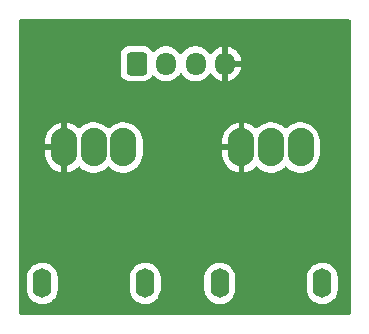
<source format=gbr>
%TF.GenerationSoftware,KiCad,Pcbnew,8.0.2*%
%TF.CreationDate,2024-08-21T00:08:55-07:00*%
%TF.ProjectId,socket_test,736f636b-6574-45f7-9465-73742e6b6963,rev?*%
%TF.SameCoordinates,Original*%
%TF.FileFunction,Copper,L2,Bot*%
%TF.FilePolarity,Positive*%
%FSLAX46Y46*%
G04 Gerber Fmt 4.6, Leading zero omitted, Abs format (unit mm)*
G04 Created by KiCad (PCBNEW 8.0.2) date 2024-08-21 00:08:55*
%MOMM*%
%LPD*%
G01*
G04 APERTURE LIST*
G04 Aperture macros list*
%AMRoundRect*
0 Rectangle with rounded corners*
0 $1 Rounding radius*
0 $2 $3 $4 $5 $6 $7 $8 $9 X,Y pos of 4 corners*
0 Add a 4 corners polygon primitive as box body*
4,1,4,$2,$3,$4,$5,$6,$7,$8,$9,$2,$3,0*
0 Add four circle primitives for the rounded corners*
1,1,$1+$1,$2,$3*
1,1,$1+$1,$4,$5*
1,1,$1+$1,$6,$7*
1,1,$1+$1,$8,$9*
0 Add four rect primitives between the rounded corners*
20,1,$1+$1,$2,$3,$4,$5,0*
20,1,$1+$1,$4,$5,$6,$7,0*
20,1,$1+$1,$6,$7,$8,$9,0*
20,1,$1+$1,$8,$9,$2,$3,0*%
G04 Aperture macros list end*
%TA.AperFunction,ComponentPad*%
%ADD10O,2.250000X3.250000*%
%TD*%
%TA.AperFunction,HeatsinkPad*%
%ADD11O,1.600000X2.500000*%
%TD*%
%TA.AperFunction,ComponentPad*%
%ADD12RoundRect,0.250000X-0.600000X-0.725000X0.600000X-0.725000X0.600000X0.725000X-0.600000X0.725000X0*%
%TD*%
%TA.AperFunction,ComponentPad*%
%ADD13O,1.700000X1.950000*%
%TD*%
G04 APERTURE END LIST*
D10*
%TO.P,RV1,1,GND*%
%TO.N,VCC*%
X242436400Y-136404200D03*
%TO.P,RV1,2,Signal*%
%TO.N,Net-(J1-Pin_2)*%
X244936400Y-136404200D03*
%TO.P,RV1,3,V+*%
%TO.N,GND*%
X239936400Y-136404200D03*
D11*
%TO.P,RV1,MP*%
%TO.N,N/C*%
X238086400Y-147904200D03*
X246786400Y-147904200D03*
%TD*%
D10*
%TO.P,RV2,1,GND*%
%TO.N,VCC*%
X257436400Y-136404200D03*
%TO.P,RV2,2,Signal*%
%TO.N,Net-(J1-Pin_3)*%
X259936400Y-136404200D03*
%TO.P,RV2,3,V+*%
%TO.N,GND*%
X254936400Y-136404200D03*
D11*
%TO.P,RV2,MP*%
%TO.N,N/C*%
X253086400Y-147904200D03*
X261786400Y-147904200D03*
%TD*%
D12*
%TO.P,J1,1,Pin_1*%
%TO.N,VCC*%
X246049800Y-129311400D03*
D13*
%TO.P,J1,2,Pin_2*%
%TO.N,Net-(J1-Pin_2)*%
X248549800Y-129311400D03*
%TO.P,J1,3,Pin_3*%
%TO.N,Net-(J1-Pin_3)*%
X251049800Y-129311400D03*
%TO.P,J1,4,Pin_4*%
%TO.N,GND*%
X253549800Y-129311400D03*
%TD*%
%TA.AperFunction,Conductor*%
%TO.N,GND*%
G36*
X264135939Y-125589785D02*
G01*
X264181694Y-125642589D01*
X264192900Y-125694100D01*
X264192900Y-150429300D01*
X264173215Y-150496339D01*
X264120411Y-150542094D01*
X264068900Y-150553300D01*
X236209500Y-150553300D01*
X236142461Y-150533615D01*
X236096706Y-150480811D01*
X236085500Y-150429300D01*
X236085500Y-147351848D01*
X236785900Y-147351848D01*
X236785900Y-148456551D01*
X236817922Y-148658734D01*
X236881181Y-148853423D01*
X236974115Y-149035813D01*
X237094428Y-149201413D01*
X237239186Y-149346171D01*
X237394149Y-149458756D01*
X237404790Y-149466487D01*
X237521007Y-149525703D01*
X237587176Y-149559418D01*
X237587178Y-149559418D01*
X237587181Y-149559420D01*
X237691537Y-149593327D01*
X237781865Y-149622677D01*
X237882957Y-149638688D01*
X237984048Y-149654700D01*
X237984049Y-149654700D01*
X238188751Y-149654700D01*
X238188752Y-149654700D01*
X238390934Y-149622677D01*
X238585619Y-149559420D01*
X238768010Y-149466487D01*
X238860990Y-149398932D01*
X238933613Y-149346171D01*
X238933615Y-149346168D01*
X238933619Y-149346166D01*
X239078366Y-149201419D01*
X239078368Y-149201415D01*
X239078371Y-149201413D01*
X239131132Y-149128790D01*
X239198687Y-149035810D01*
X239291620Y-148853419D01*
X239354877Y-148658734D01*
X239386900Y-148456552D01*
X239386900Y-147351848D01*
X245485900Y-147351848D01*
X245485900Y-148456551D01*
X245517922Y-148658734D01*
X245581181Y-148853423D01*
X245674115Y-149035813D01*
X245794428Y-149201413D01*
X245939186Y-149346171D01*
X246094149Y-149458756D01*
X246104790Y-149466487D01*
X246221007Y-149525703D01*
X246287176Y-149559418D01*
X246287178Y-149559418D01*
X246287181Y-149559420D01*
X246391537Y-149593327D01*
X246481865Y-149622677D01*
X246582957Y-149638688D01*
X246684048Y-149654700D01*
X246684049Y-149654700D01*
X246888751Y-149654700D01*
X246888752Y-149654700D01*
X247090934Y-149622677D01*
X247285619Y-149559420D01*
X247468010Y-149466487D01*
X247560990Y-149398932D01*
X247633613Y-149346171D01*
X247633615Y-149346168D01*
X247633619Y-149346166D01*
X247778366Y-149201419D01*
X247778368Y-149201415D01*
X247778371Y-149201413D01*
X247831132Y-149128790D01*
X247898687Y-149035810D01*
X247991620Y-148853419D01*
X248054877Y-148658734D01*
X248086900Y-148456552D01*
X248086900Y-147351848D01*
X251785900Y-147351848D01*
X251785900Y-148456551D01*
X251817922Y-148658734D01*
X251881181Y-148853423D01*
X251974115Y-149035813D01*
X252094428Y-149201413D01*
X252239186Y-149346171D01*
X252394149Y-149458756D01*
X252404790Y-149466487D01*
X252521007Y-149525703D01*
X252587176Y-149559418D01*
X252587178Y-149559418D01*
X252587181Y-149559420D01*
X252691537Y-149593327D01*
X252781865Y-149622677D01*
X252882957Y-149638688D01*
X252984048Y-149654700D01*
X252984049Y-149654700D01*
X253188751Y-149654700D01*
X253188752Y-149654700D01*
X253390934Y-149622677D01*
X253585619Y-149559420D01*
X253768010Y-149466487D01*
X253860990Y-149398932D01*
X253933613Y-149346171D01*
X253933615Y-149346168D01*
X253933619Y-149346166D01*
X254078366Y-149201419D01*
X254078368Y-149201415D01*
X254078371Y-149201413D01*
X254131132Y-149128790D01*
X254198687Y-149035810D01*
X254291620Y-148853419D01*
X254354877Y-148658734D01*
X254386900Y-148456552D01*
X254386900Y-147351848D01*
X260485900Y-147351848D01*
X260485900Y-148456551D01*
X260517922Y-148658734D01*
X260581181Y-148853423D01*
X260674115Y-149035813D01*
X260794428Y-149201413D01*
X260939186Y-149346171D01*
X261094149Y-149458756D01*
X261104790Y-149466487D01*
X261221007Y-149525703D01*
X261287176Y-149559418D01*
X261287178Y-149559418D01*
X261287181Y-149559420D01*
X261391537Y-149593327D01*
X261481865Y-149622677D01*
X261582957Y-149638688D01*
X261684048Y-149654700D01*
X261684049Y-149654700D01*
X261888751Y-149654700D01*
X261888752Y-149654700D01*
X262090934Y-149622677D01*
X262285619Y-149559420D01*
X262468010Y-149466487D01*
X262560990Y-149398932D01*
X262633613Y-149346171D01*
X262633615Y-149346168D01*
X262633619Y-149346166D01*
X262778366Y-149201419D01*
X262778368Y-149201415D01*
X262778371Y-149201413D01*
X262831132Y-149128790D01*
X262898687Y-149035810D01*
X262991620Y-148853419D01*
X263054877Y-148658734D01*
X263086900Y-148456552D01*
X263086900Y-147351848D01*
X263054877Y-147149666D01*
X262991620Y-146954981D01*
X262991618Y-146954978D01*
X262991618Y-146954976D01*
X262957903Y-146888807D01*
X262898687Y-146772590D01*
X262890956Y-146761949D01*
X262778371Y-146606986D01*
X262633613Y-146462228D01*
X262468013Y-146341915D01*
X262468012Y-146341914D01*
X262468010Y-146341913D01*
X262411053Y-146312891D01*
X262285623Y-146248981D01*
X262090934Y-146185722D01*
X261916395Y-146158078D01*
X261888752Y-146153700D01*
X261684048Y-146153700D01*
X261659729Y-146157551D01*
X261481865Y-146185722D01*
X261287176Y-146248981D01*
X261104786Y-146341915D01*
X260939186Y-146462228D01*
X260794428Y-146606986D01*
X260674115Y-146772586D01*
X260581181Y-146954976D01*
X260517922Y-147149665D01*
X260485900Y-147351848D01*
X254386900Y-147351848D01*
X254354877Y-147149666D01*
X254291620Y-146954981D01*
X254291618Y-146954978D01*
X254291618Y-146954976D01*
X254257903Y-146888807D01*
X254198687Y-146772590D01*
X254190956Y-146761949D01*
X254078371Y-146606986D01*
X253933613Y-146462228D01*
X253768013Y-146341915D01*
X253768012Y-146341914D01*
X253768010Y-146341913D01*
X253711053Y-146312891D01*
X253585623Y-146248981D01*
X253390934Y-146185722D01*
X253216395Y-146158078D01*
X253188752Y-146153700D01*
X252984048Y-146153700D01*
X252959729Y-146157551D01*
X252781865Y-146185722D01*
X252587176Y-146248981D01*
X252404786Y-146341915D01*
X252239186Y-146462228D01*
X252094428Y-146606986D01*
X251974115Y-146772586D01*
X251881181Y-146954976D01*
X251817922Y-147149665D01*
X251785900Y-147351848D01*
X248086900Y-147351848D01*
X248054877Y-147149666D01*
X247991620Y-146954981D01*
X247991618Y-146954978D01*
X247991618Y-146954976D01*
X247957903Y-146888807D01*
X247898687Y-146772590D01*
X247890956Y-146761949D01*
X247778371Y-146606986D01*
X247633613Y-146462228D01*
X247468013Y-146341915D01*
X247468012Y-146341914D01*
X247468010Y-146341913D01*
X247411053Y-146312891D01*
X247285623Y-146248981D01*
X247090934Y-146185722D01*
X246916395Y-146158078D01*
X246888752Y-146153700D01*
X246684048Y-146153700D01*
X246659729Y-146157551D01*
X246481865Y-146185722D01*
X246287176Y-146248981D01*
X246104786Y-146341915D01*
X245939186Y-146462228D01*
X245794428Y-146606986D01*
X245674115Y-146772586D01*
X245581181Y-146954976D01*
X245517922Y-147149665D01*
X245485900Y-147351848D01*
X239386900Y-147351848D01*
X239354877Y-147149666D01*
X239291620Y-146954981D01*
X239291618Y-146954978D01*
X239291618Y-146954976D01*
X239257903Y-146888807D01*
X239198687Y-146772590D01*
X239190956Y-146761949D01*
X239078371Y-146606986D01*
X238933613Y-146462228D01*
X238768013Y-146341915D01*
X238768012Y-146341914D01*
X238768010Y-146341913D01*
X238711053Y-146312891D01*
X238585623Y-146248981D01*
X238390934Y-146185722D01*
X238216395Y-146158078D01*
X238188752Y-146153700D01*
X237984048Y-146153700D01*
X237959729Y-146157551D01*
X237781865Y-146185722D01*
X237587176Y-146248981D01*
X237404786Y-146341915D01*
X237239186Y-146462228D01*
X237094428Y-146606986D01*
X236974115Y-146772586D01*
X236881181Y-146954976D01*
X236817922Y-147149665D01*
X236785900Y-147351848D01*
X236085500Y-147351848D01*
X236085500Y-135776310D01*
X238311400Y-135776310D01*
X238311400Y-136154200D01*
X239146439Y-136154200D01*
X239142624Y-136163411D01*
X239110900Y-136322895D01*
X239110900Y-136485505D01*
X239142624Y-136644989D01*
X239146439Y-136654200D01*
X238311400Y-136654200D01*
X238311400Y-137032089D01*
X238351413Y-137284723D01*
X238430451Y-137527981D01*
X238430452Y-137527984D01*
X238546575Y-137755886D01*
X238696921Y-137962819D01*
X238877780Y-138143678D01*
X239084713Y-138294024D01*
X239312615Y-138410147D01*
X239312618Y-138410148D01*
X239555875Y-138489186D01*
X239686400Y-138509859D01*
X239686400Y-137194160D01*
X239695611Y-137197976D01*
X239855095Y-137229700D01*
X240017705Y-137229700D01*
X240177189Y-137197976D01*
X240186400Y-137194160D01*
X240186400Y-138509858D01*
X240316922Y-138489186D01*
X240316925Y-138489186D01*
X240560181Y-138410148D01*
X240560184Y-138410147D01*
X240788086Y-138294024D01*
X240995019Y-138143678D01*
X241098366Y-138040332D01*
X241159689Y-138006847D01*
X241229381Y-138011831D01*
X241273728Y-138040332D01*
X241377459Y-138144063D01*
X241377464Y-138144067D01*
X241558007Y-138275238D01*
X241584453Y-138294452D01*
X241733480Y-138370385D01*
X241812424Y-138410610D01*
X241812427Y-138410611D01*
X241934093Y-138450142D01*
X242055761Y-138489674D01*
X242308470Y-138529700D01*
X242308471Y-138529700D01*
X242564329Y-138529700D01*
X242564330Y-138529700D01*
X242817039Y-138489674D01*
X243060375Y-138410610D01*
X243288347Y-138294452D01*
X243495342Y-138144062D01*
X243598719Y-138040685D01*
X243660042Y-138007200D01*
X243729734Y-138012184D01*
X243774081Y-138040685D01*
X243877459Y-138144063D01*
X243877464Y-138144067D01*
X244058007Y-138275238D01*
X244084453Y-138294452D01*
X244233480Y-138370385D01*
X244312424Y-138410610D01*
X244312427Y-138410611D01*
X244434093Y-138450142D01*
X244555761Y-138489674D01*
X244808470Y-138529700D01*
X244808471Y-138529700D01*
X245064329Y-138529700D01*
X245064330Y-138529700D01*
X245317039Y-138489674D01*
X245560375Y-138410610D01*
X245788347Y-138294452D01*
X245995342Y-138144062D01*
X246176262Y-137963142D01*
X246326652Y-137756147D01*
X246442810Y-137528175D01*
X246521874Y-137284839D01*
X246561900Y-137032130D01*
X246561900Y-135776310D01*
X253311400Y-135776310D01*
X253311400Y-136154200D01*
X254146439Y-136154200D01*
X254142624Y-136163411D01*
X254110900Y-136322895D01*
X254110900Y-136485505D01*
X254142624Y-136644989D01*
X254146439Y-136654200D01*
X253311400Y-136654200D01*
X253311400Y-137032089D01*
X253351413Y-137284723D01*
X253430451Y-137527981D01*
X253430452Y-137527984D01*
X253546575Y-137755886D01*
X253696921Y-137962819D01*
X253877780Y-138143678D01*
X254084713Y-138294024D01*
X254312615Y-138410147D01*
X254312618Y-138410148D01*
X254555875Y-138489186D01*
X254686400Y-138509859D01*
X254686400Y-137194160D01*
X254695611Y-137197976D01*
X254855095Y-137229700D01*
X255017705Y-137229700D01*
X255177189Y-137197976D01*
X255186400Y-137194160D01*
X255186400Y-138509858D01*
X255316922Y-138489186D01*
X255316925Y-138489186D01*
X255560181Y-138410148D01*
X255560184Y-138410147D01*
X255788086Y-138294024D01*
X255995019Y-138143678D01*
X256098366Y-138040332D01*
X256159689Y-138006847D01*
X256229381Y-138011831D01*
X256273728Y-138040332D01*
X256377459Y-138144063D01*
X256377464Y-138144067D01*
X256558007Y-138275238D01*
X256584453Y-138294452D01*
X256733480Y-138370385D01*
X256812424Y-138410610D01*
X256812427Y-138410611D01*
X256934093Y-138450142D01*
X257055761Y-138489674D01*
X257308470Y-138529700D01*
X257308471Y-138529700D01*
X257564329Y-138529700D01*
X257564330Y-138529700D01*
X257817039Y-138489674D01*
X258060375Y-138410610D01*
X258288347Y-138294452D01*
X258495342Y-138144062D01*
X258598719Y-138040685D01*
X258660042Y-138007200D01*
X258729734Y-138012184D01*
X258774081Y-138040685D01*
X258877459Y-138144063D01*
X258877464Y-138144067D01*
X259058007Y-138275238D01*
X259084453Y-138294452D01*
X259233480Y-138370385D01*
X259312424Y-138410610D01*
X259312427Y-138410611D01*
X259434093Y-138450142D01*
X259555761Y-138489674D01*
X259808470Y-138529700D01*
X259808471Y-138529700D01*
X260064329Y-138529700D01*
X260064330Y-138529700D01*
X260317039Y-138489674D01*
X260560375Y-138410610D01*
X260788347Y-138294452D01*
X260995342Y-138144062D01*
X261176262Y-137963142D01*
X261326652Y-137756147D01*
X261442810Y-137528175D01*
X261521874Y-137284839D01*
X261561900Y-137032130D01*
X261561900Y-135776270D01*
X261521874Y-135523561D01*
X261442810Y-135280225D01*
X261442810Y-135280224D01*
X261326784Y-135052513D01*
X261326652Y-135052253D01*
X261307438Y-135025807D01*
X261176267Y-134845264D01*
X261176263Y-134845259D01*
X260995340Y-134664336D01*
X260995335Y-134664332D01*
X260788350Y-134513950D01*
X260788349Y-134513949D01*
X260788347Y-134513948D01*
X260715310Y-134476733D01*
X260560375Y-134397789D01*
X260560372Y-134397788D01*
X260317040Y-134318726D01*
X260189586Y-134298539D01*
X260064330Y-134278700D01*
X259808470Y-134278700D01*
X259724233Y-134292042D01*
X259555759Y-134318726D01*
X259312427Y-134397788D01*
X259312424Y-134397789D01*
X259084449Y-134513950D01*
X258877465Y-134664331D01*
X258774081Y-134767715D01*
X258712758Y-134801199D01*
X258643066Y-134796215D01*
X258598719Y-134767715D01*
X258495342Y-134664338D01*
X258495338Y-134664335D01*
X258495334Y-134664331D01*
X258288350Y-134513950D01*
X258288349Y-134513949D01*
X258288347Y-134513948D01*
X258215310Y-134476733D01*
X258060375Y-134397789D01*
X258060372Y-134397788D01*
X257817040Y-134318726D01*
X257689586Y-134298539D01*
X257564330Y-134278700D01*
X257308470Y-134278700D01*
X257224233Y-134292042D01*
X257055759Y-134318726D01*
X256812427Y-134397788D01*
X256812424Y-134397789D01*
X256584449Y-134513950D01*
X256377464Y-134664332D01*
X256377459Y-134664336D01*
X256273728Y-134768068D01*
X256212405Y-134801553D01*
X256142713Y-134796569D01*
X256098366Y-134768068D01*
X255995019Y-134664721D01*
X255788086Y-134514375D01*
X255560184Y-134398252D01*
X255560181Y-134398251D01*
X255316923Y-134319213D01*
X255186400Y-134298539D01*
X255186400Y-135614239D01*
X255177189Y-135610424D01*
X255017705Y-135578700D01*
X254855095Y-135578700D01*
X254695611Y-135610424D01*
X254686400Y-135614239D01*
X254686400Y-134298539D01*
X254555876Y-134319213D01*
X254312618Y-134398251D01*
X254312615Y-134398252D01*
X254084713Y-134514375D01*
X253877780Y-134664721D01*
X253696921Y-134845580D01*
X253546575Y-135052513D01*
X253430452Y-135280415D01*
X253430451Y-135280418D01*
X253351413Y-135523676D01*
X253311400Y-135776310D01*
X246561900Y-135776310D01*
X246561900Y-135776270D01*
X246521874Y-135523561D01*
X246442810Y-135280225D01*
X246442810Y-135280224D01*
X246326784Y-135052513D01*
X246326652Y-135052253D01*
X246307438Y-135025807D01*
X246176267Y-134845264D01*
X246176263Y-134845259D01*
X245995340Y-134664336D01*
X245995335Y-134664332D01*
X245788350Y-134513950D01*
X245788349Y-134513949D01*
X245788347Y-134513948D01*
X245715310Y-134476733D01*
X245560375Y-134397789D01*
X245560372Y-134397788D01*
X245317040Y-134318726D01*
X245189586Y-134298539D01*
X245064330Y-134278700D01*
X244808470Y-134278700D01*
X244724233Y-134292042D01*
X244555759Y-134318726D01*
X244312427Y-134397788D01*
X244312424Y-134397789D01*
X244084449Y-134513950D01*
X243877465Y-134664331D01*
X243774081Y-134767715D01*
X243712758Y-134801199D01*
X243643066Y-134796215D01*
X243598719Y-134767715D01*
X243495342Y-134664338D01*
X243495338Y-134664335D01*
X243495334Y-134664331D01*
X243288350Y-134513950D01*
X243288349Y-134513949D01*
X243288347Y-134513948D01*
X243215310Y-134476733D01*
X243060375Y-134397789D01*
X243060372Y-134397788D01*
X242817040Y-134318726D01*
X242689586Y-134298539D01*
X242564330Y-134278700D01*
X242308470Y-134278700D01*
X242224233Y-134292042D01*
X242055759Y-134318726D01*
X241812427Y-134397788D01*
X241812424Y-134397789D01*
X241584449Y-134513950D01*
X241377464Y-134664332D01*
X241377459Y-134664336D01*
X241273728Y-134768068D01*
X241212405Y-134801553D01*
X241142713Y-134796569D01*
X241098366Y-134768068D01*
X240995019Y-134664721D01*
X240788086Y-134514375D01*
X240560184Y-134398252D01*
X240560181Y-134398251D01*
X240316923Y-134319213D01*
X240186400Y-134298539D01*
X240186400Y-135614239D01*
X240177189Y-135610424D01*
X240017705Y-135578700D01*
X239855095Y-135578700D01*
X239695611Y-135610424D01*
X239686400Y-135614239D01*
X239686400Y-134298539D01*
X239555876Y-134319213D01*
X239312618Y-134398251D01*
X239312615Y-134398252D01*
X239084713Y-134514375D01*
X238877780Y-134664721D01*
X238696921Y-134845580D01*
X238546575Y-135052513D01*
X238430452Y-135280415D01*
X238430451Y-135280418D01*
X238351413Y-135523676D01*
X238311400Y-135776310D01*
X236085500Y-135776310D01*
X236085500Y-128536383D01*
X244699300Y-128536383D01*
X244699300Y-130086401D01*
X244699301Y-130086418D01*
X244709800Y-130189196D01*
X244709801Y-130189199D01*
X244755694Y-130327694D01*
X244764986Y-130355734D01*
X244857088Y-130505056D01*
X244981144Y-130629112D01*
X245130466Y-130721214D01*
X245297003Y-130776399D01*
X245399791Y-130786900D01*
X246699808Y-130786899D01*
X246802597Y-130776399D01*
X246969134Y-130721214D01*
X247118456Y-130629112D01*
X247242512Y-130505056D01*
X247334614Y-130355734D01*
X247334614Y-130355731D01*
X247337978Y-130350279D01*
X247389926Y-130303554D01*
X247458888Y-130292331D01*
X247522970Y-130320174D01*
X247531198Y-130327694D01*
X247670013Y-130466509D01*
X247841979Y-130591448D01*
X247841981Y-130591449D01*
X247841984Y-130591451D01*
X248031388Y-130687957D01*
X248233557Y-130753646D01*
X248443513Y-130786900D01*
X248443514Y-130786900D01*
X248656086Y-130786900D01*
X248656087Y-130786900D01*
X248866043Y-130753646D01*
X249068212Y-130687957D01*
X249257616Y-130591451D01*
X249279589Y-130575486D01*
X249429586Y-130466509D01*
X249429588Y-130466506D01*
X249429592Y-130466504D01*
X249579904Y-130316192D01*
X249699483Y-130151604D01*
X249754811Y-130108940D01*
X249824424Y-130102961D01*
X249886220Y-130135566D01*
X249900113Y-130151599D01*
X250002360Y-130292331D01*
X250019696Y-130316192D01*
X250170013Y-130466509D01*
X250341979Y-130591448D01*
X250341981Y-130591449D01*
X250341984Y-130591451D01*
X250531388Y-130687957D01*
X250733557Y-130753646D01*
X250943513Y-130786900D01*
X250943514Y-130786900D01*
X251156086Y-130786900D01*
X251156087Y-130786900D01*
X251366043Y-130753646D01*
X251568212Y-130687957D01*
X251757616Y-130591451D01*
X251779589Y-130575486D01*
X251929586Y-130466509D01*
X251929588Y-130466506D01*
X251929592Y-130466504D01*
X252079904Y-130316192D01*
X252199791Y-130151179D01*
X252255120Y-130108515D01*
X252324733Y-130102536D01*
X252386529Y-130135141D01*
X252400427Y-130151181D01*
X252520072Y-130315859D01*
X252520076Y-130315864D01*
X252670335Y-130466123D01*
X252670340Y-130466127D01*
X252842242Y-130591020D01*
X253031582Y-130687495D01*
X253233671Y-130753157D01*
X253299800Y-130763631D01*
X253299800Y-129715545D01*
X253366457Y-129754030D01*
X253487265Y-129786400D01*
X253612335Y-129786400D01*
X253733143Y-129754030D01*
X253799800Y-129715545D01*
X253799800Y-130763630D01*
X253865926Y-130753157D01*
X253865929Y-130753157D01*
X254068017Y-130687495D01*
X254257357Y-130591020D01*
X254429259Y-130466127D01*
X254429264Y-130466123D01*
X254579523Y-130315864D01*
X254579527Y-130315859D01*
X254704420Y-130143957D01*
X254800895Y-129954617D01*
X254866557Y-129752530D01*
X254866557Y-129752527D01*
X254896830Y-129561400D01*
X253953946Y-129561400D01*
X253992430Y-129494743D01*
X254024800Y-129373935D01*
X254024800Y-129248865D01*
X253992430Y-129128057D01*
X253953946Y-129061400D01*
X254896830Y-129061400D01*
X254866557Y-128870272D01*
X254866557Y-128870269D01*
X254800895Y-128668182D01*
X254704420Y-128478842D01*
X254579527Y-128306940D01*
X254579523Y-128306935D01*
X254429264Y-128156676D01*
X254429259Y-128156672D01*
X254257357Y-128031779D01*
X254068015Y-127935303D01*
X253865924Y-127869641D01*
X253799800Y-127859168D01*
X253799800Y-128907254D01*
X253733143Y-128868770D01*
X253612335Y-128836400D01*
X253487265Y-128836400D01*
X253366457Y-128868770D01*
X253299800Y-128907254D01*
X253299800Y-127859168D01*
X253299799Y-127859168D01*
X253233675Y-127869641D01*
X253031584Y-127935303D01*
X252842242Y-128031779D01*
X252670340Y-128156672D01*
X252670335Y-128156676D01*
X252520076Y-128306935D01*
X252520072Y-128306940D01*
X252400427Y-128471618D01*
X252345097Y-128514284D01*
X252275484Y-128520263D01*
X252213689Y-128487657D01*
X252199791Y-128471618D01*
X252079909Y-128306614D01*
X252079905Y-128306609D01*
X251929586Y-128156290D01*
X251757620Y-128031351D01*
X251568214Y-127934844D01*
X251568213Y-127934843D01*
X251568212Y-127934843D01*
X251366043Y-127869154D01*
X251366041Y-127869153D01*
X251366040Y-127869153D01*
X251204757Y-127843608D01*
X251156087Y-127835900D01*
X250943513Y-127835900D01*
X250894842Y-127843608D01*
X250733560Y-127869153D01*
X250531385Y-127934844D01*
X250341979Y-128031351D01*
X250170013Y-128156290D01*
X250019694Y-128306609D01*
X250019690Y-128306614D01*
X249900118Y-128471193D01*
X249844789Y-128513859D01*
X249775175Y-128519838D01*
X249713380Y-128487233D01*
X249699482Y-128471193D01*
X249579909Y-128306614D01*
X249579905Y-128306609D01*
X249429586Y-128156290D01*
X249257620Y-128031351D01*
X249068214Y-127934844D01*
X249068213Y-127934843D01*
X249068212Y-127934843D01*
X248866043Y-127869154D01*
X248866041Y-127869153D01*
X248866040Y-127869153D01*
X248704757Y-127843608D01*
X248656087Y-127835900D01*
X248443513Y-127835900D01*
X248394842Y-127843608D01*
X248233560Y-127869153D01*
X248031385Y-127934844D01*
X247841979Y-128031351D01*
X247670015Y-128156289D01*
X247531198Y-128295106D01*
X247469875Y-128328590D01*
X247400183Y-128323606D01*
X247344250Y-128281734D01*
X247337978Y-128272520D01*
X247242512Y-128117744D01*
X247118457Y-127993689D01*
X247118456Y-127993688D01*
X246969134Y-127901586D01*
X246802597Y-127846401D01*
X246802595Y-127846400D01*
X246699810Y-127835900D01*
X245399798Y-127835900D01*
X245399781Y-127835901D01*
X245297003Y-127846400D01*
X245297000Y-127846401D01*
X245130468Y-127901585D01*
X245130463Y-127901587D01*
X244981142Y-127993689D01*
X244857089Y-128117742D01*
X244764987Y-128267063D01*
X244764985Y-128267068D01*
X244760125Y-128281734D01*
X244709801Y-128433603D01*
X244709801Y-128433604D01*
X244709800Y-128433604D01*
X244699300Y-128536383D01*
X236085500Y-128536383D01*
X236085500Y-125694100D01*
X236105185Y-125627061D01*
X236157989Y-125581306D01*
X236209500Y-125570100D01*
X264068900Y-125570100D01*
X264135939Y-125589785D01*
G37*
%TD.AperFunction*%
%TD*%
M02*

</source>
